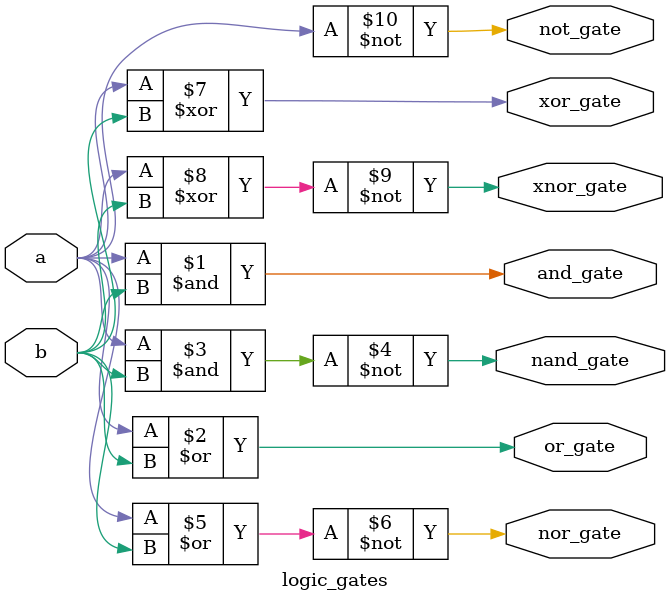
<source format=v>
`timescale 1ns / 1ps

//we will be implementing the basic logic gates using gate level modelling

module logic_gates(        
    input a,b,             // taking 2 inputs, a and b
    output and_gate,   // taking and_gate as output of AND operation
    output or_gate,    // taking or_gate as output of OR operation
    output not_gate,   // taking not_gate as output of NOT operation
    output nand_gate,  // taking nand_gate as output of NAND operation
    output nor_gate,   // taking nor_gate as output of NOR operation
    output xor_gate,   // taking xor_gate as output of XOR operation
    output xnor_gate   // taking xnor_gate as output of XNOR operation
    );
    
//why didn't we use reg type as output?
// output signals in gate level modelling are generally done using pre-defined gate keywords.
    
    and andgate(and_gate, a, b);
    or orgate(or_gate, a, b);
    not notgate(not_gate, a);
    nand nandgate(nand_gate, a, b);
    nor norgate(nor_gate, a, b);
    xor xorgate(xor_gate, a, b);
    xnor xnorgate(xnor_gate, a, b);
    
endmodule
</source>
